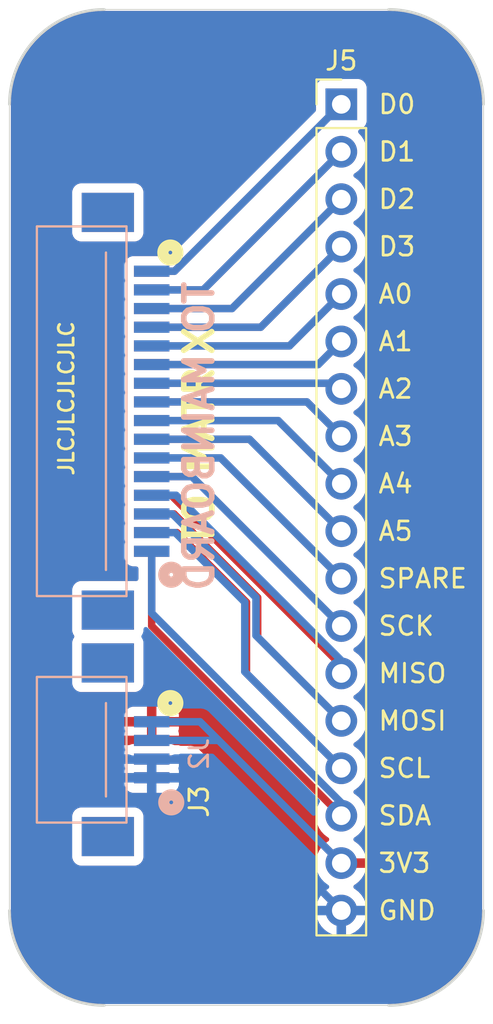
<source format=kicad_pcb>
(kicad_pcb (version 20221018) (generator pcbnew)
  (layers (0 "F.Cu" signal) (31 "B.Cu" signal) (34 "B.Paste" user) (35 "F.Paste" user) (36 "B.SilkS" user "B.Silkscreen") (37 "F.SilkS" user "F.Silkscreen") (38 "B.Mask" user) (39 "F.Mask" user) (44 "Edge.Cuts" user))
  (net 0 "")
  (net 1 "GND")
  (net 2 "SCK")
  (net 3 "MISO")
  (net 4 "MOSI")
  (net 5 "SCL")
  (net 6 "SDA")
  (net 7 "SPARE")
  (net 8 "A5")
  (net 9 "D1")
  (net 10 "A1")
  (net 11 "A0")
  (net 12 "A2")
  (net 13 "D3")
  (net 14 "D0")
  (net 15 "D2")
  (net 16 "A3")
  (net 17 "A4")
  (net 18 "+3V3")
  (footprint "Connector_PinHeader_2.54mm:PinHeader_1x18_P2.54mm_Vertical" (layer "F.Cu") (at 78.74 81.28)
    (fp_text reference "J5" (at 0 -2.33) (layer "F.SilkS"))
    (fp_text value "Conn_01x18")
    (fp_line (start -1.33 -1.33) (end 0 -1.33) (stroke (width 0.12)) (layer "F.SilkS"))
    (fp_line (start -1.33 0) (end -1.33 -1.33) (stroke (width 0.12)) (layer "F.SilkS"))
    (fp_line (start -1.33 1.27) (end -1.33 44.51) (stroke (width 0.12)) (layer "F.SilkS"))
    (fp_line (start -1.33 1.27) (end 1.33 1.27) (stroke (width 0.12)) (layer "F.SilkS"))
    (fp_line (start -1.33 44.51) (end 1.33 44.51) (stroke (width 0.12)) (layer "F.SilkS"))
    (fp_line (start 1.33 1.27) (end 1.33 44.51) (stroke (width 0.12)) (layer "F.SilkS"))
    (pad "1" thru_hole rect (at 0 0) (size 1.7 1.7) (drill 1) (layers "*.Cu" "*.Mask") (net 14 "D0"))
    (pad "2" thru_hole oval (at 0 2.54) (size 1.7 1.7) (drill 1) (layers "*.Cu" "*.Mask") (net 9 "D1"))
    (pad "3" thru_hole oval (at 0 5.08) (size 1.7 1.7) (drill 1) (layers "*.Cu" "*.Mask") (net 15 "D2"))
    (pad "4" thru_hole oval (at 0 7.62) (size 1.7 1.7) (drill 1) (layers "*.Cu" "*.Mask") (net 13 "D3"))
    (pad "5" thru_hole oval (at 0 10.16) (size 1.7 1.7) (drill 1) (layers "*.Cu" "*.Mask") (net 11 "A0"))
    (pad "6" thru_hole oval (at 0 12.7) (size 1.7 1.7) (drill 1) (layers "*.Cu" "*.Mask") (net 10 "A1"))
    (pad "7" thru_hole oval (at 0 15.24) (size 1.7 1.7) (drill 1) (layers "*.Cu" "*.Mask") (net 12 "A2"))
    (pad "8" thru_hole oval (at 0 17.78) (size 1.7 1.7) (drill 1) (layers "*.Cu" "*.Mask") (net 16 "A3"))
    (pad "9" thru_hole oval (at 0 20.32) (size 1.7 1.7) (drill 1) (layers "*.Cu" "*.Mask") (net 17 "A4"))
    (pad "10" thru_hole oval (at 0 22.86) (size 1.7 1.7) (drill 1) (layers "*.Cu" "*.Mask") (net 8 "A5"))
    (pad "11" thru_hole oval (at 0 25.4) (size 1.7 1.7) (drill 1) (layers "*.Cu" "*.Mask") (net 7 "SPARE"))
    (pad "12" thru_hole oval (at 0 27.94) (size 1.7 1.7) (drill 1) (layers "*.Cu" "*.Mask") (net 2 "SCK"))
    (pad "13" thru_hole oval (at 0 30.48) (size 1.7 1.7) (drill 1) (layers "*.Cu" "*.Mask") (net 3 "MISO"))
    (pad "14" thru_hole oval (at 0 33.02) (size 1.7 1.7) (drill 1) (layers "*.Cu" "*.Mask") (net 4 "MOSI"))
    (pad "15" thru_hole oval (at 0 35.56) (size 1.7 1.7) (drill 1) (layers "*.Cu" "*.Mask") (net 5 "SCL"))
    (pad "16" thru_hole oval (at 0 38.1) (size 1.7 1.7) (drill 1) (layers "*.Cu" "*.Mask") (net 6 "SDA"))
    (pad "17" thru_hole oval (at 0 40.64) (size 1.7 1.7) (drill 1) (layers "*.Cu" "*.Mask") (net 18 "+3V3"))
    (pad "18" thru_hole oval (at 0 43.18) (size 1.7 1.7) (drill 1) (layers "*.Cu" "*.Mask") (net 1 "GND"))
  )
  (footprint "Gigahawk:QUARTET_RECV_MAIN" (layer "F.Cu") (at 68.58 117.348 -90)
    (fp_text reference "J3" (at 1.27 -2.54 90) (layer "F.SilkS"))
    (fp_text value "QUARTET_RECV")
    (fp_line (start -29.53 1.35) (end -29.53 6.15) (stroke (width 0.12)) (layer "F.SilkS"))
    (fp_line (start -29.53 1.35) (end -9.73 1.35) (stroke (width 0.12)) (layer "F.SilkS"))
    (fp_line (start -29.53 6.15) (end -9.73 6.15) (stroke (width 0.12)) (layer "F.SilkS"))
    (fp_line (start -28.13 2.45) (end -11.13 2.45) (stroke (width 0.12)) (layer "F.SilkS"))
    (fp_line (start -9.73 6.15) (end -9.73 1.35) (stroke (width 0.12)) (layer "F.SilkS"))
    (fp_line (start -5.4 1.35) (end -5.4 6.15) (stroke (width 0.12)) (layer "F.SilkS"))
    (fp_line (start -5.4 1.35) (end 2.4 1.35) (stroke (width 0.12)) (layer "F.SilkS"))
    (fp_line (start -5.4 6.15) (end 2.4 6.15) (stroke (width 0.12)) (layer "F.SilkS"))
    (fp_line (start -4 2.45) (end 1 2.45) (stroke (width 0.12)) (layer "F.SilkS"))
    (fp_line (start 2.4 6.15) (end 2.4 1.35) (stroke (width 0.12)) (layer "F.SilkS"))
    (fp_circle (center -28.13 -1) (end -28.03 -1) (stroke (width 0.6)) (fill none) (layer "F.SilkS"))
    (fp_circle (center -4 -1) (end -3.9 -1) (stroke (width 0.6)) (fill none) (layer "F.SilkS"))
    (pad "1" smd rect (at -27.13 0 270) (size 0.6 1.9) (layers "F.Cu" "F.Paste" "F.Mask") (net 14 "D0"))
    (pad "2" smd rect (at -26.13 0 270) (size 0.6 1.9) (layers "F.Cu" "F.Paste" "F.Mask") (net 9 "D1"))
    (pad "3" smd rect (at -25.13 0 270) (size 0.6 1.9) (layers "F.Cu" "F.Paste" "F.Mask") (net 15 "D2"))
    (pad "4" smd rect (at -24.13 0 270) (size 0.6 1.9) (layers "F.Cu" "F.Paste" "F.Mask") (net 13 "D3"))
    (pad "5" smd rect (at -23.13 0 270) (size 0.6 1.9) (layers "F.Cu" "F.Paste" "F.Mask") (net 11 "A0"))
    (pad "6" smd rect (at -22.13 0 270) (size 0.6 1.9) (layers "F.Cu" "F.Paste" "F.Mask") (net 10 "A1"))
    (pad "7" smd rect (at -21.13 0 270) (size 0.6 1.9) (layers "F.Cu" "F.Paste" "F.Mask") (net 12 "A2"))
    (pad "8" smd rect (at -20.13 0 270) (size 0.6 1.9) (layers "F.Cu" "F.Paste" "F.Mask") (net 16 "A3"))
    (pad "9" smd rect (at -19.13 0 270) (size 0.6 1.9) (layers "F.Cu" "F.Paste" "F.Mask") (net 17 "A4"))
    (pad "10" smd rect (at -18.13 0 270) (size 0.6 1.9) (layers "F.Cu" "F.Paste" "F.Mask") (net 8 "A5"))
    (pad "11" smd rect (at -17.13 0 270) (size 0.6 1.9) (layers "F.Cu" "F.Paste" "F.Mask") (net 7 "SPARE"))
    (pad "12" smd rect (at -16.13 0 270) (size 0.6 1.9) (layers "F.Cu" "F.Paste" "F.Mask") (net 2 "SCK"))
    (pad "13" smd rect (at -15.13 0 270) (size 0.6 1.9) (layers "F.Cu" "F.Paste" "F.Mask") (net 3 "MISO"))
    (pad "14" smd rect (at -14.13 0 270) (size 0.6 1.9) (layers "F.Cu" "F.Paste" "F.Mask") (net 4 "MOSI"))
    (pad "15" smd rect (at -13.13 0 270) (size 0.6 1.9) (layers "F.Cu" "F.Paste" "F.Mask") (net 5 "SCL"))
    (pad "16" smd rect (at -12.13 0 270) (size 0.6 1.9) (layers "F.Cu" "F.Paste" "F.Mask") (net 6 "SDA"))
    (pad "17" smd rect (at -3 0 270) (size 0.6 1.9) (layers "F.Cu" "F.Paste" "F.Mask") (net 18 "+3V3"))
    (pad "18" smd rect (at -2 0 270) (size 0.6 1.9) (layers "F.Cu" "F.Paste" "F.Mask") (net 18 "+3V3"))
    (pad "19" smd rect (at -1 0 270) (size 0.6 1.9) (layers "F.Cu" "F.Paste" "F.Mask") (net 1 "GND"))
    (pad "20" smd rect (at 0 0 270) (size 0.6 1.9) (layers "F.Cu" "F.Paste" "F.Mask") (net 1 "GND"))
    (pad "MT1" smd rect (at -30.28 2.35 270) (size 2.1 2.8) (layers "F.Cu" "F.Paste" "F.Mask"))
    (pad "MT2" smd rect (at -8.98 2.35 270) (size 2.1 2.8) (layers "F.Cu" "F.Paste" "F.Mask"))
    (pad "MT3" smd rect (at -6.15 2.35 270) (size 2.1 2.8) (layers "F.Cu" "F.Paste" "F.Mask"))
    (pad "MT4" smd rect (at 3.15 2.35 270) (size 2.1 2.8) (layers "F.Cu" "F.Paste" "F.Mask"))
  )
  (footprint "Gigahawk:QUARTET_RECV_MATRIX" (layer "B.Cu") (at 68.58 117.348 90)
    (fp_text reference "J2" (at 1.27 2.54 90) (layer "B.SilkS") (effects (justify mirror)))
    (fp_text value "QUARTET_RECV")
    (fp_line (start -2.4 -6.15) (end -2.4 -1.35) (stroke (width 0.12)) (layer "B.SilkS"))
    (fp_line (start 4 -2.45) (end -1 -2.45) (stroke (width 0.12)) (layer "B.SilkS"))
    (fp_line (start 5.4 -6.15) (end -2.4 -6.15) (stroke (width 0.12)) (layer "B.SilkS"))
    (fp_line (start 5.4 -1.35) (end -2.4 -1.35) (stroke (width 0.12)) (layer "B.SilkS"))
    (fp_line (start 5.4 -1.35) (end 5.4 -6.15) (stroke (width 0.12)) (layer "B.SilkS"))
    (fp_line (start 9.73 -6.15) (end 9.73 -1.35) (stroke (width 0.12)) (layer "B.SilkS"))
    (fp_line (start 28.13 -2.45) (end 11.13 -2.45) (stroke (width 0.12)) (layer "B.SilkS"))
    (fp_line (start 29.53 -6.15) (end 9.73 -6.15) (stroke (width 0.12)) (layer "B.SilkS"))
    (fp_line (start 29.53 -1.35) (end 9.73 -1.35) (stroke (width 0.12)) (layer "B.SilkS"))
    (fp_line (start 29.53 -1.35) (end 29.53 -6.15) (stroke (width 0.12)) (layer "B.SilkS"))
    (fp_circle (center -1.318 1.048) (end -1.418 1.048) (stroke (width 0.6)) (fill none) (layer "B.SilkS"))
    (fp_circle (center 10.874 1.048) (end 10.774 1.048) (stroke (width 0.6)) (fill none) (layer "B.SilkS"))
    (pad "1" smd rect (at 27.13 0 270) (size 0.6 1.9) (layers "B.Cu" "B.Paste" "B.Mask") (net 14 "D0"))
    (pad "2" smd rect (at 26.13 0 270) (size 0.6 1.9) (layers "B.Cu" "B.Paste" "B.Mask") (net 9 "D1"))
    (pad "3" smd rect (at 25.13 0 270) (size 0.6 1.9) (layers "B.Cu" "B.Paste" "B.Mask") (net 15 "D2"))
    (pad "4" smd rect (at 24.13 0 270) (size 0.6 1.9) (layers "B.Cu" "B.Paste" "B.Mask") (net 13 "D3"))
    (pad "5" smd rect (at 23.13 0 270) (size 0.6 1.9) (layers "B.Cu" "B.Paste" "B.Mask") (net 11 "A0"))
    (pad "6" smd rect (at 22.13 0 270) (size 0.6 1.9) (layers "B.Cu" "B.Paste" "B.Mask") (net 10 "A1"))
    (pad "7" smd rect (at 21.13 0 270) (size 0.6 1.9) (layers "B.Cu" "B.Paste" "B.Mask") (net 12 "A2"))
    (pad "8" smd rect (at 20.13 0 270) (size 0.6 1.9) (layers "B.Cu" "B.Paste" "B.Mask") (net 16 "A3"))
    (pad "9" smd rect (at 19.13 0 270) (size 0.6 1.9) (layers "B.Cu" "B.Paste" "B.Mask") (net 17 "A4"))
    (pad "10" smd rect (at 18.13 0 270) (size 0.6 1.9) (layers "B.Cu" "B.Paste" "B.Mask") (net 8 "A5"))
    (pad "11" smd rect (at 17.13 0 270) (size 0.6 1.9) (layers "B.Cu" "B.Paste" "B.Mask") (net 7 "SPARE"))
    (pad "12" smd rect (at 16.13 0 270) (size 0.6 1.9) (layers "B.Cu" "B.Paste" "B.Mask") (net 2 "SCK"))
    (pad "13" smd rect (at 15.13 0 270) (size 0.6 1.9) (layers "B.Cu" "B.Paste" "B.Mask") (net 3 "MISO"))
    (pad "14" smd rect (at 14.13 0 270) (size 0.6 1.9) (layers "B.Cu" "B.Paste" "B.Mask") (net 4 "MOSI"))
    (pad "15" smd rect (at 13.13 0 270) (size 0.6 1.9) (layers "B.Cu" "B.Paste" "B.Mask") (net 5 "SCL"))
    (pad "16" smd rect (at 12.13 0 270) (size 0.6 1.9) (layers "B.Cu" "B.Paste" "B.Mask") (net 6 "SDA"))
    (pad "17" smd rect (at 3 0 270) (size 0.6 1.9) (layers "B.Cu" "B.Paste" "B.Mask") (net 18 "+3V3"))
    (pad "18" smd rect (at 2 0 270) (size 0.6 1.9) (layers "B.Cu" "B.Paste" "B.Mask") (net 18 "+3V3"))
    (pad "19" smd rect (at 1 0 270) (size 0.6 1.9) (layers "B.Cu" "B.Paste" "B.Mask") (net 1 "GND"))
    (pad "20" smd rect (at 0 0 270) (size 0.6 1.9) (layers "B.Cu" "B.Paste" "B.Mask") (net 1 "GND"))
    (pad "MT1" smd rect (at 30.28 -2.35 270) (size 2.1 2.8) (layers "B.Cu" "B.Paste" "B.Mask"))
    (pad "MT2" smd rect (at 8.98 -2.35 270) (size 2.1 2.8) (layers "B.Cu" "B.Paste" "B.Mask"))
    (pad "MT3" smd rect (at 6.15 -2.35 270) (size 2.1 2.8) (layers "B.Cu" "B.Paste" "B.Mask"))
    (pad "MT4" smd rect (at -3.15 -2.35 270) (size 2.1 2.8) (layers "B.Cu" "B.Paste" "B.Mask"))
  )
  (gr_line (start 66.04 129.54) (end 81.28 129.54) (stroke (width 0.05)) (layer "Edge.Cuts"))
  (gr_line (start 86.36 124.46) (end 86.36 81.28) (stroke (width 0.05)) (layer "Edge.Cuts"))
  (gr_line (start 81.28 76.2) (end 66.04 76.2) (stroke (width 0.05)) (layer "Edge.Cuts"))
  (gr_line (start 60.96 81.28) (end 60.96 124.46) (stroke (width 0.05)) (layer "Edge.Cuts"))
  (gr_arc (start 86.36 124.46) (mid 84.872102 128.052102) (end 81.28 129.54) (stroke (width 0.15)) (layer "Edge.Cuts"))
  (gr_arc (start 66.04 129.54) (mid 62.447898 128.052102) (end 60.96 124.46) (stroke (width 0.15)) (layer "Edge.Cuts"))
  (gr_arc (start 81.28 76.2) (mid 84.872102 77.687898) (end 86.36 81.28) (stroke (width 0.15)) (layer "Edge.Cuts"))
  (gr_arc (start 60.96 81.28) (mid 62.447898 77.687898) (end 66.04 76.2) (stroke (width 0.15)) (layer "Edge.Cuts"))
  (gr_text "TO MAINBOARD" (at 71.12 99.06 90) (layer "B.SilkS") (effects (font (size 1.5 1.5) (thickness 0.3)) (justify mirror)))
  (gr_text "SCL" (at 80.645 116.84) (layer "F.SilkS") (effects (font (size 1 1)) (justify left)))
  (gr_text "MOSI" (at 80.645 114.3) (layer "F.SilkS") (effects (font (size 1 1)) (justify left)))
  (gr_text "MISO" (at 80.645 111.76) (layer "F.SilkS") (effects (font (size 1 1)) (justify left)))
  (gr_text "SCK" (at 80.645 109.22) (layer "F.SilkS") (effects (font (size 1 1)) (justify left)))
  (gr_text "SPARE" (at 80.645 106.68) (layer "F.SilkS") (effects (font (size 1 1)) (justify left)))
  (gr_text "A5" (at 80.645 104.14) (layer "F.SilkS") (effects (font (size 1 1)) (justify left)))
  (gr_text "A4" (at 80.645 101.6) (layer "F.SilkS") (effects (font (size 1 1)) (justify left)))
  (gr_text "A3" (at 80.645 99.06) (layer "F.SilkS") (effects (font (size 1 1)) (justify left)))
  (gr_text "A2" (at 80.645 96.52) (layer "F.SilkS") (effects (font (size 1 1)) (justify left)))
  (gr_text "A1" (at 80.645 93.98) (layer "F.SilkS") (effects (font (size 1 1)) (justify left)))
  (gr_text "A0" (at 80.645 91.44) (layer "F.SilkS") (effects (font (size 1 1)) (justify left)))
  (gr_text "D3" (at 80.645 88.9) (layer "F.SilkS") (effects (font (size 1 1)) (justify left)))
  (gr_text "D2" (at 80.645 86.36) (layer "F.SilkS") (effects (font (size 1 1)) (justify left)))
  (gr_text "D1" (at 80.645 83.82) (layer "F.SilkS") (effects (font (size 1 1)) (justify left)))
  (gr_text "D0" (at 80.645 81.28) (layer "F.SilkS") (effects (font (size 1 1)) (justify left)))
  (gr_text "GND" (at 80.645 124.46) (layer "F.SilkS") (effects (font (size 1 1)) (justify left)))
  (gr_text "3V3" (at 80.645 121.92) (layer "F.SilkS") (effects (font (size 1 1)) (justify left)))
  (gr_text "JLCJLCJLCJLC" (at 64.008 97.028 90) (layer "F.SilkS") (effects (font (size 0.8 0.8))))
  (gr_text "SDA" (at 80.645 119.38) (layer "F.SilkS") (effects (font (size 1 1)) (justify left)))
  (gr_text "TO MATRIX" (at 71.12 99.06 90) (layer "F.SilkS") (effects (font (size 1.5 1.5) (thickness 0.3))))
  (segment (start 70.628 116.348) (end 71.628 117.348) (width 0.4) (layer "F.Cu") (net 1))
  (segment (start 68.58 116.348) (end 68.58 117.348) (width 0.4) (layer "F.Cu") (net 1))
  (segment (start 68.58 116.348) (end 70.628 116.348) (width 0.4) (layer "F.Cu") (net 1))
  (segment (start 71.628 117.348) (end 78.74 124.46) (width 0.4) (layer "F.Cu") (net 1))
  (segment (start 68.58 117.348) (end 71.628 117.348) (width 0.4) (layer "F.Cu") (net 1))
  (segment (start 68.58 117.348) (end 68.58 116.348) (width 0.4) (layer "B.Cu") (net 1))
  (segment (start 78.74 124.46) (end 71.628 117.348) (width 0.4) (layer "B.Cu") (net 1))
  (segment (start 71.628 117.348) (end 68.58 117.348) (width 0.4) (layer "B.Cu") (net 1))
  (segment (start 68.58 101.218) (end 70.738 101.218) (width 0.4) (layer "F.Cu") (net 2))
  (segment (start 70.738 101.218) (end 78.74 109.22) (width 0.4) (layer "F.Cu") (net 2))
  (segment (start 70.738 101.218) (end 68.58 101.218) (width 0.4) (layer "B.Cu") (net 2))
  (segment (start 78.74 109.22) (end 70.738 101.218) (width 0.4) (layer "B.Cu") (net 2))
  (segment (start 78.74 111.76) (end 78.74 111.330916) (width 0.4) (layer "F.Cu") (net 3))
  (segment (start 78.74 111.330916) (end 69.627084 102.218) (width 0.4) (layer "F.Cu") (net 3))
  (segment (start 69.627084 102.218) (end 68.58 102.218) (width 0.4) (layer "F.Cu") (net 3))
  (segment (start 78.74 111.76) (end 78.74 111.407998) (width 0.4) (layer "F.Cu") (net 3))
  (segment (start 78.74 111.070002) (end 78.74 111.76) (width 0.4) (layer "B.Cu") (net 3))
  (segment (start 69.887998 102.218) (end 78.74 111.070002) (width 0.4) (layer "B.Cu") (net 3))
  (segment (start 68.58 102.218) (end 69.887998 102.218) (width 0.4) (layer "B.Cu") (net 3))
  (segment (start 74.260009 109.820009) (end 74.26001 107.699468) (width 0.4) (layer "F.Cu") (net 4))
  (segment (start 74.26001 107.699468) (end 69.778542 103.218) (width 0.4) (layer "F.Cu") (net 4))
  (segment (start 69.778542 103.218) (end 68.58 103.218) (width 0.4) (layer "F.Cu") (net 4))
  (segment (start 78.74 114.3) (end 74.260009 109.820009) (width 0.4) (layer "F.Cu") (net 4))
  (segment (start 74.168 107.696) (end 69.69 103.218) (width 0.4) (layer "B.Cu") (net 4))
  (segment (start 78.74 114.3) (end 74.168 109.728) (width 0.4) (layer "B.Cu") (net 4))
  (segment (start 69.69 103.218) (end 68.58 103.218) (width 0.4) (layer "B.Cu") (net 4))
  (segment (start 74.168 109.728) (end 74.168 107.696) (width 0.4) (layer "B.Cu") (net 4))
  (segment (start 68.58 104.218) (end 69.93 104.218) (width 0.4) (layer "F.Cu") (net 5))
  (segment (start 69.93 104.218) (end 73.66 107.948) (width 0.4) (layer "F.Cu") (net 5))
  (segment (start 73.66 111.76) (end 78.74 116.84) (width 0.4) (layer "F.Cu") (net 5))
  (segment (start 73.66 107.948) (end 73.66 111.76) (width 0.4) (layer "F.Cu") (net 5))
  (segment (start 73.56799 111.66799) (end 73.56799 107.944532) (width 0.4) (layer "B.Cu") (net 5))
  (segment (start 78.74 116.84) (end 73.56799 111.66799) (width 0.4) (layer "B.Cu") (net 5))
  (segment (start 69.841458 104.218) (end 68.58 104.218) (width 0.4) (layer "B.Cu") (net 5))
  (segment (start 73.56799 107.944532) (end 69.841458 104.218) (width 0.4) (layer "B.Cu") (net 5))
  (segment (start 68.58 109.22) (end 68.58 105.218) (width 0.4) (layer "F.Cu") (net 6))
  (segment (start 78.74 119.38) (end 68.58 109.22) (width 0.4) (layer "F.Cu") (net 6))
  (segment (start 68.58 105.218) (end 68.58 108.530002) (width 0.4) (layer "B.Cu") (net 6))
  (segment (start 78.74 118.690002) (end 78.74 119.38) (width 0.4) (layer "B.Cu") (net 6))
  (segment (start 68.58 108.530002) (end 78.74 118.690002) (width 0.4) (layer "B.Cu") (net 6))
  (segment (start 72.278 100.218) (end 68.58 100.218) (width 0.4) (layer "F.Cu") (net 7))
  (segment (start 78.74 106.68) (end 72.278 100.218) (width 0.4) (layer "F.Cu") (net 7))
  (segment (start 78.74 106.68) (end 72.278 100.218) (width 0.4) (layer "B.Cu") (net 7))
  (segment (start 72.278 100.218) (end 68.58 100.218) (width 0.4) (layer "B.Cu") (net 7))
  (segment (start 78.74 104.14) (end 73.818 99.218) (width 0.4) (layer "F.Cu") (net 8))
  (segment (start 73.818 99.218) (end 68.58 99.218) (width 0.4) (layer "F.Cu") (net 8))
  (segment (start 73.818 99.218) (end 68.58 99.218) (width 0.4) (layer "B.Cu") (net 8))
  (segment (start 78.74 104.14) (end 73.818 99.218) (width 0.4) (layer "B.Cu") (net 8))
  (segment (start 71.342 91.218) (end 68.58 91.218) (width 0.4) (layer "F.Cu") (net 9))
  (segment (start 78.74 83.82) (end 71.342 91.218) (width 0.4) (layer "F.Cu") (net 9))
  (segment (start 78.74 83.82) (end 71.342 91.218) (width 0.4) (layer "B.Cu") (net 9))
  (segment (start 71.342 91.218) (end 68.58 91.218) (width 0.4) (layer "B.Cu") (net 9))
  (segment (start 77.502 95.218) (end 68.58 95.218) (width 0.4) (layer "F.Cu") (net 10))
  (segment (start 78.74 93.98) (end 77.502 95.218) (width 0.4) (layer "F.Cu") (net 10))
  (segment (start 78.74 93.98) (end 77.502 95.218) (width 0.4) (layer "B.Cu") (net 10))
  (segment (start 77.502 95.218) (end 68.58 95.218) (width 0.4) (layer "B.Cu") (net 10))
  (segment (start 75.962 94.218) (end 68.58 94.218) (width 0.4) (layer "F.Cu") (net 11))
  (segment (start 78.74 91.44) (end 75.962 94.218) (width 0.4) (layer "F.Cu") (net 11))
  (segment (start 75.962 94.218) (end 68.58 94.218) (width 0.4) (layer "B.Cu") (net 11))
  (segment (start 78.74 91.44) (end 75.962 94.218) (width 0.4) (layer "B.Cu") (net 11))
  (segment (start 78.438 96.218) (end 68.58 96.218) (width 0.4) (layer "F.Cu") (net 12))
  (segment (start 78.74 96.52) (end 78.438 96.218) (width 0.4) (layer "F.Cu") (net 12))
  (segment (start 78.438 96.218) (end 68.58 96.218) (width 0.4) (layer "B.Cu") (net 12))
  (segment (start 78.74 96.52) (end 78.438 96.218) (width 0.4) (layer "B.Cu") (net 12))
  (segment (start 78.74 88.9) (end 74.422 93.218) (width 0.4) (layer "F.Cu") (net 13))
  (segment (start 74.422 93.218) (end 68.58 93.218) (width 0.4) (layer "F.Cu") (net 13))
  (segment (start 74.422 93.218) (end 68.58 93.218) (width 0.4) (layer "B.Cu") (net 13))
  (segment (start 78.74 88.9) (end 74.422 93.218) (width 0.4) (layer "B.Cu") (net 13))
  (segment (start 69.802 90.218) (end 78.74 81.28) (width 0.4) (layer "F.Cu") (net 14))
  (segment (start 68.58 90.218) (end 69.802 90.218) (width 0.4) (layer "F.Cu") (net 14))
  (segment (start 69.802 90.218) (end 78.74 81.28) (width 0.4) (layer "B.Cu") (net 14))
  (segment (start 68.58 90.218) (end 69.802 90.218) (width 0.4) (layer "B.Cu") (net 14))
  (segment (start 78.74 86.36) (end 72.882 92.218) (width 0.4) (layer "F.Cu") (net 15))
  (segment (start 72.882 92.218) (end 68.58 92.218) (width 0.4) (layer "F.Cu") (net 15))
  (segment (start 78.74 86.36) (end 72.882 92.218) (width 0.4) (layer "B.Cu") (net 15))
  (segment (start 72.882 92.218) (end 68.58 92.218) (width 0.4) (layer "B.Cu") (net 15))
  (segment (start 76.898 97.218) (end 68.58 97.218) (width 0.4) (layer "F.Cu") (net 16))
  (segment (start 78.74 99.06) (end 76.898 97.218) (width 0.4) (layer "F.Cu") (net 16))
  (segment (start 76.898 97.218) (end 68.58 97.218) (width 0.4) (layer "B.Cu") (net 16))
  (segment (start 78.74 99.06) (end 76.898 97.218) (width 0.4) (layer "B.Cu") (net 16))
  (segment (start 75.358 98.218) (end 68.58 98.218) (width 0.4) (layer "F.Cu") (net 17))
  (segment (start 78.74 101.6) (end 75.358 98.218) (width 0.4) (layer "F.Cu") (net 17))
  (segment (start 78.74 101.6) (end 75.358 98.218) (width 0.4) (layer "B.Cu") (net 17))
  (segment (start 75.358 98.218) (end 68.58 98.218) (width 0.4) (layer "B.Cu") (net 17))
  (segment (start 72.168 115.348) (end 68.58 115.348) (width 0.4) (layer "F.Cu") (net 18))
  (segment (start 78.74 121.92) (end 72.168 115.348) (width 0.4) (layer "F.Cu") (net 18))
  (segment (start 72.136 115.316) (end 72.104 115.348) (width 0.4) (layer "B.Cu") (net 18))
  (segment (start 68.58 114.348) (end 68.58 115.348) (width 0.4) (layer "B.Cu") (net 18))
  (segment (start 78.74 121.92) (end 72.136 115.316) (width 0.4) (layer "B.Cu") (net 18))
  (segment (start 68.58 114.348) (end 71.168 114.348) (width 0.4) (layer "B.Cu") (net 18))
  (segment (start 72.104 115.348) (end 68.58 115.348) (width 0.4) (layer "B.Cu") (net 18))
  (segment (start 71.168 114.348) (end 72.136 115.316) (width 0.4) (layer "B.Cu") (net 18))
  (zone (net 18) (net_name "+3V3") (layer "F.Cu") (connect_pads (clearance 0.508)) (min_thickness 0.254) (fill yes (thermal_gap 0.508) (thermal_bridge_width 0.508))
    (polygon (pts (xy 86.868 130.048) (xy 60.452 130.048) (xy 60.452 75.692) (xy 86.868 75.692)))
  )
  (zone (net 1) (net_name "GND") (layer "B.Cu") (connect_pads (clearance 0.508)) (min_thickness 0.254) (fill yes (thermal_gap 0.508) (thermal_bridge_width 0.508))
    (polygon (pts (xy 86.868 130.048) (xy 60.452 130.048) (xy 60.452 75.692) (xy 86.868 75.692)))
  )
)
</source>
